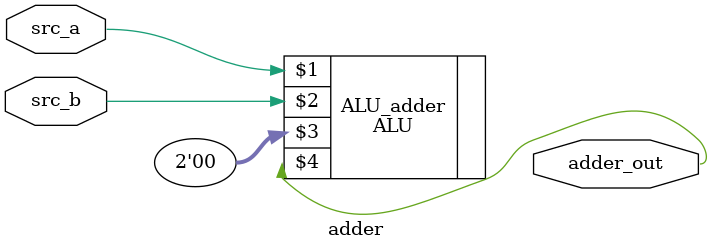
<source format=sv>
`include "../ALU/ALU.sv"

module adder
#(
	parameter WIDTH = 1
)
(
	input logic [WIDTH - 1:0]src_a,
	input logic [WIDTH - 1:0]src_b,
	output logic [WIDTH - 1:0]adder_out
);
	
	ALU #(WIDTH) ALU_adder(src_a, src_b, 2'b00, adder_out);

endmodule

</source>
